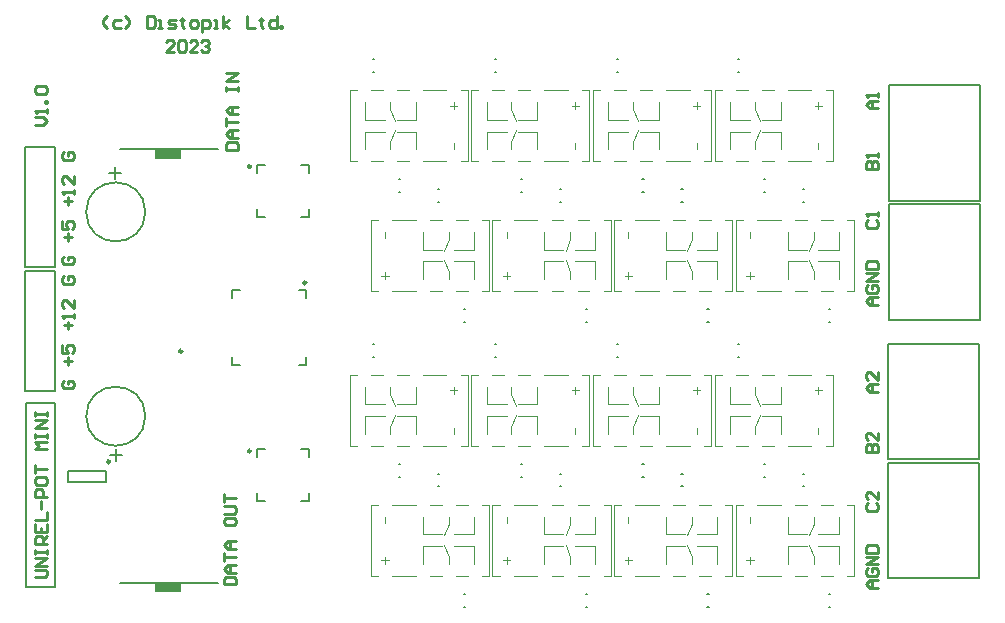
<source format=gto>
G04*
G04 #@! TF.GenerationSoftware,Altium Limited,Altium Designer,20.0.9 (164)*
G04*
G04 Layer_Color=65535*
%FSLAX25Y25*%
%MOIN*%
G70*
G01*
G75*
%ADD10C,0.00787*%
%ADD11C,0.00984*%
%ADD12C,0.00394*%
%ADD13C,0.01000*%
G36*
X390551Y290551D02*
X381890D01*
Y293701D01*
X390551D01*
Y290551D01*
D02*
G37*
G36*
X390551Y435039D02*
X381890D01*
Y438189D01*
X390551D01*
Y435039D01*
D02*
G37*
D10*
X378740Y417323D02*
G03*
X378740Y417323I-9843J0D01*
G01*
Y349213D02*
G03*
X378740Y349213I-9843J0D01*
G01*
X370472Y438189D02*
X403150D01*
X338976Y336221D02*
Y353543D01*
X348819D01*
Y343307D02*
Y353543D01*
X370472Y293701D02*
X403150D01*
X348819Y292126D02*
Y343307D01*
X338976Y292126D02*
X348819D01*
X338976D02*
Y336221D01*
Y292126D02*
X341339D01*
X416043Y430413D02*
Y433071D01*
X418701D01*
X430709D02*
X433366D01*
Y430413D02*
Y433071D01*
Y415748D02*
Y418405D01*
X430709Y415748D02*
X433366D01*
X416043D02*
Y418405D01*
Y415748D02*
X418701D01*
X407677Y388583D02*
Y391142D01*
X410236Y391142D01*
X407677Y366339D02*
X407677Y368898D01*
X407677Y366339D02*
X410236Y366339D01*
X429921Y366339D02*
X432480D01*
X432480Y368898D02*
X432480Y366339D01*
Y388583D02*
Y391142D01*
X429921D02*
X432480D01*
X416043Y335531D02*
Y338189D01*
X418701D01*
X430709D02*
X433366D01*
Y335531D02*
Y338189D01*
Y320866D02*
Y323524D01*
X430709Y320866D02*
X433366D01*
X416043D02*
Y323524D01*
Y320866D02*
X418701D01*
X576378Y463976D02*
X576772D01*
X576378Y468307D02*
X576772D01*
X535827Y463976D02*
X536221D01*
X535827Y468307D02*
X536221D01*
X495276Y463976D02*
X495669D01*
X495276Y468307D02*
X495669D01*
X454724Y463976D02*
X455118D01*
X454724Y468307D02*
X455118D01*
X485039Y384842D02*
X485433D01*
X485039Y380512D02*
X485433D01*
X525591Y384842D02*
X525984D01*
X525591Y380512D02*
X525984D01*
X566142Y384842D02*
X566535D01*
X566142Y380512D02*
X566535D01*
X606693Y384842D02*
X607087D01*
X606693Y380512D02*
X607087D01*
X585039Y423819D02*
X585433D01*
X585039Y428150D02*
X585433D01*
X544488Y423819D02*
X544882D01*
X544488Y428150D02*
X544882D01*
X503937Y423819D02*
X504331D01*
X503937Y428150D02*
X504331D01*
X463386Y423819D02*
X463779D01*
X463386Y428150D02*
X463779D01*
X476378Y425000D02*
X476772D01*
X476378Y420669D02*
X476772D01*
X516929Y425000D02*
X517323D01*
X516929Y420669D02*
X517323D01*
X557480Y425000D02*
X557874D01*
X557480Y420669D02*
X557874D01*
X598032Y425000D02*
X598425D01*
X598032Y420669D02*
X598425D01*
X626201Y373294D02*
X656701D01*
X626201Y334894D02*
X656701D01*
X626201D02*
Y373294D01*
X656701Y334894D02*
Y373294D01*
X338701Y398937D02*
X348701D01*
X338701D02*
Y438937D01*
X348701Y398937D02*
Y438937D01*
X338701D02*
X348701D01*
X338701Y357598D02*
X348701D01*
X338701D02*
Y397598D01*
X348701Y357598D02*
Y397598D01*
X338701D02*
X348701D01*
X626201Y333610D02*
X656701D01*
X626201Y295210D02*
X656701D01*
X626201D02*
Y333610D01*
X656701Y295210D02*
Y333610D01*
X626594Y459515D02*
X657094D01*
X626594Y421115D02*
X657094D01*
X626594D02*
Y459515D01*
X657094Y421115D02*
Y459515D01*
X626594Y419830D02*
X657094D01*
X626594Y381430D02*
X657094D01*
X626594D02*
Y419830D01*
X657094Y381430D02*
Y419830D01*
X353150Y327362D02*
Y330906D01*
X365748Y327362D02*
Y330906D01*
X353150Y327362D02*
X365748Y327362D01*
X353150Y330906D02*
X365748Y330906D01*
X576378Y369094D02*
X576772Y369094D01*
X576378Y373425D02*
X576772D01*
X585039Y328937D02*
X585433Y328937D01*
X585039Y333268D02*
X585433D01*
X535827Y369094D02*
X536220D01*
X535827Y373425D02*
X536220D01*
X544488Y328937D02*
X544882D01*
X544488Y333268D02*
X544882D01*
X495276Y369094D02*
X495669D01*
X495276Y373425D02*
X495669D01*
X503937Y328937D02*
X504331D01*
X503937Y333268D02*
X504331D01*
X454724Y369094D02*
X455118Y369094D01*
X454724Y373425D02*
X455118D01*
X463386Y328937D02*
X463779D01*
X463386Y333268D02*
X463779D01*
X485039Y289961D02*
X485433D01*
X485039Y285630D02*
X485433D01*
X476378Y330118D02*
X476772Y330118D01*
X476378Y325787D02*
X476772D01*
X525591Y289961D02*
X525984D01*
X525591Y285630D02*
X525984D01*
X516929Y330118D02*
X517323D01*
X516929Y325787D02*
X517323D01*
X566142Y289961D02*
X566535D01*
X566142Y285630D02*
X566535D01*
X557480Y330118D02*
X557874D01*
X557480Y325787D02*
X557874D01*
X606693Y289961D02*
X607087D01*
X606693Y285630D02*
X607087D01*
X598032Y330118D02*
X598425D01*
X598032Y325787D02*
X598425D01*
X368702Y428346D02*
Y432282D01*
X366734Y430314D02*
X370670D01*
X369093Y338189D02*
Y334253D01*
X371061Y336221D02*
X367126D01*
D11*
X413976Y432480D02*
G03*
X413976Y432480I-492J0D01*
G01*
X432382Y393701D02*
G03*
X432382Y393701I-492J0D01*
G01*
X413976Y337598D02*
G03*
X413976Y337598I-492J0D01*
G01*
X391043Y370866D02*
G03*
X391043Y370866I-492J0D01*
G01*
X366929Y334055D02*
G03*
X366929Y334055I-492J0D01*
G01*
D12*
X605512Y457874D02*
X607874D01*
X592913D02*
X600787D01*
X584252D02*
X588189D01*
X575591D02*
X579528D01*
X568504D02*
X570866D01*
X568504Y434252D02*
X570866D01*
X575591D02*
X579528D01*
X584252D02*
X588189D01*
X592913D02*
X600787D01*
X605512D02*
X607874D01*
X568504D02*
Y457874D01*
X590551Y438189D02*
Y444095D01*
X584252D02*
X590551D01*
X581890Y438189D02*
Y440551D01*
X583521Y444465D01*
X573622Y438189D02*
Y444095D01*
X580315D01*
X573622Y448032D02*
X580315D01*
X573622D02*
Y453937D01*
X581890Y451575D02*
X583521Y447661D01*
X581890Y451575D02*
Y453937D01*
X584252Y448032D02*
X590551D01*
Y453937D01*
X603150Y438189D02*
Y440158D01*
X601968Y452756D02*
X604331D01*
X603150Y451575D02*
Y453937D01*
X607874Y434252D02*
Y457874D01*
X564961Y457874D02*
X567323D01*
X552362D02*
X560236D01*
X543701D02*
X547638D01*
X535039D02*
X538976D01*
X527953D02*
X530315D01*
X527953Y434252D02*
X530315D01*
X535039D02*
X538976D01*
X543701D02*
X547638D01*
X552362D02*
X560236D01*
X564961D02*
X567323D01*
X527953D02*
Y457874D01*
X550000Y438189D02*
Y444095D01*
X543701D02*
X550000D01*
X541339Y438189D02*
Y440551D01*
X542969Y444465D01*
X533071Y438189D02*
Y444095D01*
X539764D01*
X533071Y448032D02*
X539764D01*
X533071D02*
Y453937D01*
X541339Y451575D02*
X542969Y447661D01*
X541339Y451575D02*
Y453937D01*
X543701Y448032D02*
X550000D01*
Y453937D01*
X562598Y438189D02*
Y440158D01*
X561417Y452756D02*
X563779D01*
X562598Y451575D02*
Y453937D01*
X567323Y434252D02*
Y457874D01*
X524409Y457874D02*
X526772D01*
X511811D02*
X519685D01*
X503150D02*
X507087D01*
X494488D02*
X498425D01*
X487402D02*
X489764D01*
X487402Y434252D02*
X489764D01*
X494488D02*
X498425D01*
X503150D02*
X507087D01*
X511811D02*
X519685D01*
X524409D02*
X526772D01*
X487402D02*
Y457874D01*
X509449Y438189D02*
Y444095D01*
X503150D02*
X509449D01*
X500787Y438189D02*
Y440551D01*
X502418Y444465D01*
X492520Y438189D02*
Y444095D01*
X499213D01*
X492520Y448032D02*
X499213D01*
X492520D02*
Y453937D01*
X500787Y451575D02*
X502418Y447661D01*
X500787Y451575D02*
Y453937D01*
X503150Y448032D02*
X509449D01*
Y453937D01*
X522047Y438189D02*
Y440158D01*
X520866Y452756D02*
X523228D01*
X522047Y451575D02*
Y453937D01*
X526772Y434252D02*
Y457874D01*
X483858Y457874D02*
X486221D01*
X471260D02*
X479134D01*
X462598D02*
X466535D01*
X453937D02*
X457874D01*
X446850D02*
X449213D01*
X446850Y434252D02*
X449213D01*
X453937D02*
X457874D01*
X462598D02*
X466535D01*
X471260D02*
X479134D01*
X483858D02*
X486221D01*
X446850D02*
Y457874D01*
X468898Y438189D02*
Y444095D01*
X462598D02*
X468898D01*
X460236Y438189D02*
Y440551D01*
X461867Y444465D01*
X451968Y438189D02*
Y444095D01*
X458661D01*
X451968Y448032D02*
X458661D01*
X451968D02*
Y453937D01*
X460236Y451575D02*
X461867Y447661D01*
X460236Y451575D02*
Y453937D01*
X462598Y448032D02*
X468898D01*
Y453937D01*
X481496Y438189D02*
Y440158D01*
X480315Y452756D02*
X482677D01*
X481496Y451575D02*
Y453937D01*
X486221Y434252D02*
Y457874D01*
X453937Y390945D02*
X456299D01*
X461024D02*
X468898D01*
X473622D02*
X477559D01*
X482283D02*
X486221D01*
X490945D02*
X493307D01*
X490945Y414567D02*
X493307D01*
X482283D02*
X486221D01*
X473622D02*
X477559D01*
X461024D02*
X468898D01*
X453937D02*
X456299D01*
X493307Y390945D02*
Y414567D01*
X471260Y404724D02*
Y410630D01*
Y404724D02*
X477559D01*
X479921Y408268D02*
Y410630D01*
X478291Y404354D02*
X479921Y408268D01*
X488189Y404724D02*
Y410630D01*
X481496Y404724D02*
X488189D01*
X481496Y400787D02*
X488189D01*
Y394882D02*
Y400787D01*
X478291Y401158D02*
X479921Y397244D01*
Y394882D02*
Y397244D01*
X471260Y400787D02*
X477559D01*
X471260Y394882D02*
Y400787D01*
X458661Y408661D02*
Y410630D01*
X457480Y396063D02*
X459842D01*
X458661Y394882D02*
Y397244D01*
X453937Y390945D02*
Y414567D01*
X494488Y390945D02*
X496850D01*
X501575D02*
X509449D01*
X514173D02*
X518110D01*
X522835D02*
X526772D01*
X531496D02*
X533858D01*
X531496Y414567D02*
X533858D01*
X522835D02*
X526772D01*
X514173D02*
X518110D01*
X501575D02*
X509449D01*
X494488D02*
X496850D01*
X533858Y390945D02*
Y414567D01*
X511811Y404724D02*
Y410630D01*
Y404724D02*
X518110D01*
X520472Y408268D02*
Y410630D01*
X518842Y404354D02*
X520472Y408268D01*
X528740Y404724D02*
Y410630D01*
X522047Y404724D02*
X528740D01*
X522047Y400787D02*
X528740D01*
Y394882D02*
Y400787D01*
X518842Y401158D02*
X520472Y397244D01*
Y394882D02*
Y397244D01*
X511811Y400787D02*
X518110D01*
X511811Y394882D02*
Y400787D01*
X499213Y408661D02*
Y410630D01*
X498032Y396063D02*
X500394D01*
X499213Y394882D02*
Y397244D01*
X494488Y390945D02*
Y414567D01*
X535039Y390945D02*
X537402D01*
X542126D02*
X550000D01*
X554724D02*
X558661D01*
X563386D02*
X567323D01*
X572047D02*
X574409D01*
X572047Y414567D02*
X574409D01*
X563386D02*
X567323D01*
X554724D02*
X558661D01*
X542126D02*
X550000D01*
X535039D02*
X537402D01*
X574409Y390945D02*
Y414567D01*
X552362Y404724D02*
Y410630D01*
Y404724D02*
X558661D01*
X561024Y408268D02*
Y410630D01*
X559393Y404354D02*
X561024Y408268D01*
X569291Y404724D02*
Y410630D01*
X562598Y404724D02*
X569291D01*
X562598Y400787D02*
X569291D01*
Y394882D02*
Y400787D01*
X559393Y401158D02*
X561024Y397244D01*
Y394882D02*
Y397244D01*
X552362Y400787D02*
X558661D01*
X552362Y394882D02*
Y400787D01*
X539764Y408661D02*
Y410630D01*
X538583Y396063D02*
X540945D01*
X539764Y394882D02*
Y397244D01*
X535039Y390945D02*
Y414567D01*
X575591Y390945D02*
X577953D01*
X582677D02*
X590551D01*
X595276D02*
X599213D01*
X603937D02*
X607874D01*
X612598D02*
X614961D01*
X612598Y414567D02*
X614961D01*
X603937D02*
X607874D01*
X595276D02*
X599213D01*
X582677D02*
X590551D01*
X575591D02*
X577953D01*
X614961Y390945D02*
Y414567D01*
X592913Y404724D02*
Y410630D01*
Y404724D02*
X599213D01*
X601575Y408268D02*
Y410630D01*
X599944Y404354D02*
X601575Y408268D01*
X609842Y404724D02*
Y410630D01*
X603150Y404724D02*
X609842D01*
X603150Y400787D02*
X609842D01*
Y394882D02*
Y400787D01*
X599944Y401158D02*
X601575Y397244D01*
Y394882D02*
Y397244D01*
X592913Y400787D02*
X599213D01*
X592913Y394882D02*
Y400787D01*
X580315Y408661D02*
Y410630D01*
X579134Y396063D02*
X581496D01*
X580315Y394882D02*
Y397244D01*
X575591Y390945D02*
Y414567D01*
Y296063D02*
X577953D01*
X582677D02*
X590551D01*
X595276D02*
X599213D01*
X603937D02*
X607874D01*
X612598D02*
X614961D01*
X612598Y319685D02*
X614961D01*
X603937D02*
X607874D01*
X595276D02*
X599213D01*
X582677D02*
X590551D01*
X575591D02*
X577953D01*
X614961Y296063D02*
Y319685D01*
X592913Y309842D02*
Y315748D01*
Y309842D02*
X599213D01*
X601575Y313386D02*
Y315748D01*
X599944Y309472D02*
X601575Y313386D01*
X609842Y309842D02*
Y315748D01*
X603150Y309842D02*
X609842D01*
X603150Y305906D02*
X609842D01*
Y300000D02*
Y305906D01*
X599944Y306276D02*
X601575Y302362D01*
Y300000D02*
Y302362D01*
X592913Y305906D02*
X599213D01*
X592913Y300000D02*
Y305906D01*
X580315Y313779D02*
Y315748D01*
X579134Y301181D02*
X581496D01*
X580315Y300000D02*
Y302362D01*
X575591Y296063D02*
Y319685D01*
X535039Y296063D02*
X537402D01*
X542126D02*
X550000D01*
X554724D02*
X558661D01*
X563386D02*
X567323D01*
X572047D02*
X574409D01*
X572047Y319685D02*
X574409D01*
X563386D02*
X567323D01*
X554724D02*
X558661D01*
X542126D02*
X550000D01*
X535039D02*
X537402D01*
X574409Y296063D02*
Y319685D01*
X552362Y309842D02*
Y315748D01*
Y309842D02*
X558661D01*
X561024Y313386D02*
Y315748D01*
X559393Y309472D02*
X561024Y313386D01*
X569291Y309842D02*
Y315748D01*
X562598Y309842D02*
X569291D01*
X562598Y305906D02*
X569291D01*
Y300000D02*
Y305906D01*
X559393Y306276D02*
X561024Y302362D01*
Y300000D02*
Y302362D01*
X552362Y305906D02*
X558661D01*
X552362Y300000D02*
Y305906D01*
X539764Y313779D02*
Y315748D01*
X538583Y301181D02*
X540945D01*
X539764Y300000D02*
Y302362D01*
X535039Y296063D02*
Y319685D01*
X494488Y296063D02*
X496850D01*
X501575D02*
X509449D01*
X514173D02*
X518110D01*
X522835D02*
X526772D01*
X531496D02*
X533858D01*
X531496Y319685D02*
X533858D01*
X522835D02*
X526772D01*
X514173D02*
X518110D01*
X501575D02*
X509449D01*
X494488D02*
X496850D01*
X533858Y296063D02*
Y319685D01*
X511811Y309842D02*
Y315748D01*
Y309842D02*
X518110D01*
X520472Y313386D02*
Y315748D01*
X518842Y309472D02*
X520472Y313386D01*
X528740Y309842D02*
Y315748D01*
X522047Y309842D02*
X528740D01*
X522047Y305906D02*
X528740D01*
Y300000D02*
Y305906D01*
X518842Y306276D02*
X520472Y302362D01*
Y300000D02*
Y302362D01*
X511811Y305906D02*
X518110D01*
X511811Y300000D02*
Y305906D01*
X499213Y313779D02*
Y315748D01*
X498032Y301181D02*
X500394D01*
X499213Y300000D02*
Y302362D01*
X494488Y296063D02*
Y319685D01*
X453937Y296063D02*
X456299D01*
X461024D02*
X468898D01*
X473622D02*
X477559D01*
X482283D02*
X486221D01*
X490945D02*
X493307D01*
X490945Y319685D02*
X493307D01*
X482283D02*
X486221D01*
X473622D02*
X477559D01*
X461024D02*
X468898D01*
X453937D02*
X456299D01*
X493307Y296063D02*
Y319685D01*
X471260Y309842D02*
Y315748D01*
Y309842D02*
X477559D01*
X479921Y313386D02*
Y315748D01*
X478291Y309472D02*
X479921Y313386D01*
X488189Y309842D02*
Y315748D01*
X481496Y309842D02*
X488189D01*
X481496Y305906D02*
X488189D01*
Y300000D02*
Y305906D01*
X478291Y306276D02*
X479921Y302362D01*
Y300000D02*
Y302362D01*
X471260Y305906D02*
X477559D01*
X471260Y300000D02*
Y305906D01*
X458661Y313779D02*
Y315748D01*
X457480Y301181D02*
X459842D01*
X458661Y300000D02*
Y302362D01*
X453937Y296063D02*
Y319685D01*
X483858Y362992D02*
X486221D01*
X471260Y362992D02*
X479134Y362992D01*
X462598Y362992D02*
X466535D01*
X453937D02*
X457874D01*
X446850Y362992D02*
X449213D01*
X446850Y339370D02*
X449213Y339370D01*
X453937D02*
X457874D01*
X462598D02*
X466535D01*
X471260D02*
X479134Y339370D01*
X483858Y339370D02*
X486221Y339370D01*
X446850D02*
Y362992D01*
X468898Y343307D02*
Y349213D01*
X462598D02*
X468898D01*
X460236Y343307D02*
Y345669D01*
X461867Y349583D01*
X451968Y343307D02*
Y349213D01*
X458661D01*
X451968Y353150D02*
X458661D01*
X451968D02*
Y359055D01*
X460236Y356693D02*
X461867Y352779D01*
X460236Y356693D02*
Y359055D01*
X462598Y353150D02*
X468898D01*
Y359055D01*
X481496Y343307D02*
Y345276D01*
X480315Y357874D02*
X482677D01*
X481496Y356693D02*
X481496Y359055D01*
X486221Y339370D02*
Y362992D01*
X524409D02*
X526772Y362992D01*
X511811D02*
X519685D01*
X503150D02*
X507087D01*
X494488D02*
X498425D01*
X487402Y362992D02*
X489764D01*
X487402Y339370D02*
X489764Y339370D01*
X494488Y339370D02*
X498425D01*
X503150D02*
X507087D01*
X511811D02*
X519685D01*
X524409Y339370D02*
X526772Y339370D01*
X487402D02*
Y362992D01*
X509449Y343307D02*
X509449Y349213D01*
X503150D02*
X509449D01*
X500787Y343307D02*
Y345669D01*
X502418Y349583D01*
X492520Y343307D02*
X492520Y349213D01*
X499213D01*
X492520Y353150D02*
X499213D01*
X492520D02*
Y359055D01*
X500787Y356693D02*
X502418Y352779D01*
X500787Y356693D02*
Y359055D01*
X503150Y353150D02*
X509449D01*
X509449Y359055D02*
X509449Y353150D01*
X522047Y343307D02*
Y345276D01*
X520866Y357874D02*
X523228Y357874D01*
X522047Y356693D02*
X522047Y359055D01*
X526772Y339370D02*
X526772Y362992D01*
X564961D02*
X567323Y362992D01*
X552362Y362992D02*
X560236Y362992D01*
X543701Y362992D02*
X547638D01*
X535039D02*
X538976D01*
X527953Y362992D02*
X530315D01*
X527953Y339370D02*
X530315Y339370D01*
X535039D02*
X538976D01*
X543701D02*
X547638D01*
X552362D02*
X560236Y339370D01*
X564961Y339370D02*
X567323Y339370D01*
X527953D02*
Y362992D01*
X550000Y343307D02*
Y349213D01*
X543701D02*
X550000D01*
X541339Y345669D02*
X541339Y343307D01*
X541339Y345669D02*
X542969Y349583D01*
X533071Y349213D02*
X533071Y343307D01*
X533071Y349213D02*
X539764D01*
X533071Y353150D02*
X539764D01*
X533071D02*
Y359055D01*
X541339Y356693D02*
X542969Y352779D01*
X541339Y359055D02*
X541339Y356693D01*
X543701Y353150D02*
X550000D01*
Y359055D01*
X562598Y343307D02*
Y345276D01*
X561417Y357874D02*
X563779D01*
X562598Y356693D02*
Y359055D01*
X567323Y339370D02*
Y362992D01*
X605512D02*
X607874D01*
X592913Y362992D02*
X600787Y362992D01*
X584252Y362992D02*
X588189D01*
X575591D02*
X579528D01*
X568504Y362992D02*
X570866D01*
X568504Y339370D02*
X570866Y339370D01*
X575591Y339370D02*
X579528D01*
X584252D02*
X588189D01*
X592913D02*
X600787D01*
X605512D02*
X607874D01*
X568504D02*
Y362992D01*
X590551Y343307D02*
Y349213D01*
X584252D02*
X590551D01*
X581890Y343307D02*
Y345669D01*
X583521Y349583D01*
X573622Y349213D02*
X573622Y343307D01*
X573622Y349213D02*
X580315D01*
X573622Y353150D02*
X580315D01*
X573622D02*
Y359055D01*
X581890Y356693D02*
X583521Y352779D01*
X581890Y356693D02*
Y359055D01*
X584252Y353150D02*
X590551D01*
X590551Y359055D02*
X590551Y353150D01*
X603150Y343307D02*
Y345276D01*
X601968Y357874D02*
X604331Y357874D01*
X603150Y356693D02*
X603150Y359055D01*
X607874Y339370D02*
Y362992D01*
D13*
X623016Y386433D02*
X620392D01*
X619080Y387745D01*
X620392Y389057D01*
X623016D01*
X621048D01*
Y386433D01*
X619736Y392993D02*
X619080Y392337D01*
Y391025D01*
X619736Y390369D01*
X622360D01*
X623016Y391025D01*
Y392337D01*
X622360Y392993D01*
X621048D01*
Y391681D01*
X623016Y394305D02*
X619080D01*
X623016Y396928D01*
X619080D01*
Y398240D02*
X623016D01*
Y400208D01*
X622360Y400864D01*
X619736D01*
X619080Y400208D01*
Y398240D01*
X351626Y361104D02*
X350970Y360448D01*
Y359136D01*
X351626Y358480D01*
X354250D01*
X354906Y359136D01*
Y360448D01*
X354250Y361104D01*
X352938D01*
Y359792D01*
Y366352D02*
Y368976D01*
X351626Y367664D02*
X354250D01*
X350970Y372911D02*
Y370287D01*
X352938D01*
X352282Y371599D01*
Y372255D01*
X352938Y372911D01*
X354250D01*
X354906Y372255D01*
Y370943D01*
X354250Y370287D01*
X352938Y378159D02*
Y380783D01*
X351626Y379471D02*
X354250D01*
X354906Y382095D02*
Y383407D01*
Y382751D01*
X350970D01*
X351626Y382095D01*
X354906Y387998D02*
Y385374D01*
X352282Y387998D01*
X351626D01*
X350970Y387342D01*
Y386031D01*
X351626Y385374D01*
Y395870D02*
X350970Y395214D01*
Y393902D01*
X351626Y393246D01*
X354250D01*
X354906Y393902D01*
Y395214D01*
X354250Y395870D01*
X352938D01*
Y394558D01*
X623016Y357299D02*
X620392D01*
X619080Y358611D01*
X620392Y359923D01*
X623016D01*
X621048D01*
Y357299D01*
X623016Y363859D02*
Y361235D01*
X620392Y363859D01*
X619736D01*
X619080Y363203D01*
Y361891D01*
X619736Y361235D01*
X351626Y402443D02*
X350970Y401787D01*
Y400475D01*
X351626Y399819D01*
X354250D01*
X354906Y400475D01*
Y401787D01*
X354250Y402443D01*
X352938D01*
Y401131D01*
Y407690D02*
Y410314D01*
X351626Y409002D02*
X354250D01*
X350970Y414250D02*
Y411626D01*
X352938D01*
X352282Y412938D01*
Y413594D01*
X352938Y414250D01*
X354250D01*
X354906Y413594D01*
Y412282D01*
X354250Y411626D01*
X352938Y419498D02*
Y422121D01*
X351626Y420810D02*
X354250D01*
X354906Y423433D02*
Y424745D01*
Y424089D01*
X350970D01*
X351626Y423433D01*
X354906Y429337D02*
Y426713D01*
X352282Y429337D01*
X351626D01*
X350970Y428681D01*
Y427369D01*
X351626Y426713D01*
Y437208D02*
X350970Y436552D01*
Y435241D01*
X351626Y434585D01*
X354250D01*
X354906Y435241D01*
Y436552D01*
X354250Y437208D01*
X352938D01*
Y435896D01*
X341915Y446276D02*
X344538D01*
X345850Y447587D01*
X344538Y448899D01*
X341915D01*
X345850Y450211D02*
Y451523D01*
Y450867D01*
X341915D01*
X342571Y450211D01*
X345850Y453491D02*
X345195D01*
Y454147D01*
X345850D01*
Y453491D01*
X342571Y456771D02*
X341915Y457427D01*
Y458739D01*
X342571Y459395D01*
X345195D01*
X345850Y458739D01*
Y457427D01*
X345195Y456771D01*
X342571D01*
X619736Y320159D02*
X619080Y319503D01*
Y318191D01*
X619736Y317535D01*
X622360D01*
X623016Y318191D01*
Y319503D01*
X622360Y320159D01*
X623016Y324095D02*
Y321471D01*
X620392Y324095D01*
X619736D01*
X619080Y323439D01*
Y322127D01*
X619736Y321471D01*
X623016Y291945D02*
X620392D01*
X619080Y293257D01*
X620392Y294569D01*
X623016D01*
X621048D01*
Y291945D01*
X619736Y298504D02*
X619080Y297849D01*
Y296537D01*
X619736Y295881D01*
X622360D01*
X623016Y296537D01*
Y297849D01*
X622360Y298504D01*
X621048D01*
Y297193D01*
X623016Y299816D02*
X619080D01*
X623016Y302440D01*
X619080D01*
Y303752D02*
X623016D01*
Y305720D01*
X622360Y306376D01*
X619736D01*
X619080Y305720D01*
Y303752D01*
X619736Y414647D02*
X619080Y413991D01*
Y412680D01*
X619736Y412024D01*
X622360D01*
X623016Y412680D01*
Y413991D01*
X622360Y414647D01*
X623016Y415959D02*
Y417271D01*
Y416615D01*
X619080D01*
X619736Y415959D01*
X405694Y438008D02*
X409630D01*
Y439976D01*
X408974Y440632D01*
X406350D01*
X405694Y439976D01*
Y438008D01*
X409630Y441944D02*
X407006D01*
X405694Y443256D01*
X407006Y444567D01*
X409630D01*
X407662D01*
Y441944D01*
X405694Y445879D02*
Y448503D01*
Y447191D01*
X409630D01*
Y449815D02*
X407006D01*
X405694Y451127D01*
X407006Y452439D01*
X409630D01*
X407662D01*
Y449815D01*
X405694Y457687D02*
Y458998D01*
Y458343D01*
X409630D01*
Y457687D01*
Y458998D01*
Y460966D02*
X405694D01*
X409630Y463590D01*
X405694D01*
X619080Y431709D02*
X623016D01*
Y433676D01*
X622360Y434333D01*
X621704D01*
X621048Y433676D01*
Y431709D01*
Y433676D01*
X620392Y434333D01*
X619736D01*
X619080Y433676D01*
Y431709D01*
X623016Y435644D02*
Y436956D01*
Y436300D01*
X619080D01*
X619736Y435644D01*
X623016Y451787D02*
X620392D01*
X619080Y453099D01*
X620392Y454411D01*
X623016D01*
X621048D01*
Y451787D01*
X623016Y455723D02*
Y457035D01*
Y456379D01*
X619080D01*
X619736Y455723D01*
X404907Y293126D02*
X408843D01*
Y295094D01*
X408186Y295750D01*
X405563D01*
X404907Y295094D01*
Y293126D01*
X408843Y297062D02*
X406219D01*
X404907Y298374D01*
X406219Y299686D01*
X408843D01*
X406875D01*
Y297062D01*
X404907Y300997D02*
Y303621D01*
Y302309D01*
X408843D01*
Y304933D02*
X406219D01*
X404907Y306245D01*
X406219Y307557D01*
X408843D01*
X406875D01*
Y304933D01*
X404907Y314773D02*
Y313461D01*
X405563Y312805D01*
X408186D01*
X408843Y313461D01*
Y314773D01*
X408186Y315428D01*
X405563D01*
X404907Y314773D01*
Y316740D02*
X408186D01*
X408843Y317396D01*
Y318708D01*
X408186Y319364D01*
X404907D01*
Y320676D02*
Y323300D01*
Y321988D01*
X408843D01*
X341915Y295488D02*
X345194D01*
X345850Y296144D01*
Y297456D01*
X345194Y298112D01*
X341915D01*
X345850Y299424D02*
X341915D01*
X345850Y302048D01*
X341915D01*
Y303360D02*
Y304672D01*
Y304016D01*
X345850D01*
Y303360D01*
Y304672D01*
Y306640D02*
X341915D01*
Y308607D01*
X342571Y309263D01*
X343882D01*
X344538Y308607D01*
Y306640D01*
Y307951D02*
X345850Y309263D01*
X341915Y313199D02*
Y310575D01*
X345850D01*
Y313199D01*
X343882Y310575D02*
Y311887D01*
X341915Y314511D02*
X345850D01*
Y317135D01*
X343882Y318447D02*
Y321071D01*
X345850Y322382D02*
X341915D01*
Y324350D01*
X342571Y325006D01*
X343882D01*
X344538Y324350D01*
Y322382D01*
X341915Y328286D02*
Y326974D01*
X342571Y326318D01*
X345194D01*
X345850Y326974D01*
Y328286D01*
X345194Y328942D01*
X342571D01*
X341915Y328286D01*
Y330254D02*
Y332878D01*
Y331566D01*
X345850D01*
Y338125D02*
X341915D01*
X343227Y339437D01*
X341915Y340749D01*
X345850D01*
X341915Y342061D02*
Y343373D01*
Y342717D01*
X345850D01*
Y342061D01*
Y343373D01*
Y345341D02*
X341915D01*
X345850Y347965D01*
X341915D01*
Y349277D02*
Y350588D01*
Y349933D01*
X345850D01*
Y349277D01*
Y350588D01*
X366091Y478690D02*
X364779Y480002D01*
Y481314D01*
X366091Y482626D01*
X370683Y481314D02*
X368715D01*
X368059Y480658D01*
Y479346D01*
X368715Y478690D01*
X370683D01*
X371995D02*
X373307Y480002D01*
Y481314D01*
X371995Y482626D01*
X379211D02*
Y478690D01*
X381178D01*
X381834Y479346D01*
Y481970D01*
X381178Y482626D01*
X379211D01*
X383146Y478690D02*
X384458D01*
X383802D01*
Y481314D01*
X383146D01*
X386426Y478690D02*
X388394D01*
X389050Y479346D01*
X388394Y480002D01*
X387082D01*
X386426Y480658D01*
X387082Y481314D01*
X389050D01*
X391018Y481970D02*
Y481314D01*
X390362D01*
X391674D01*
X391018D01*
Y479346D01*
X391674Y478690D01*
X394298D02*
X395609D01*
X396265Y479346D01*
Y480658D01*
X395609Y481314D01*
X394298D01*
X393642Y480658D01*
Y479346D01*
X394298Y478690D01*
X397577Y477378D02*
Y481314D01*
X399545D01*
X400201Y480658D01*
Y479346D01*
X399545Y478690D01*
X397577D01*
X401513D02*
X402825D01*
X402169D01*
Y481314D01*
X401513D01*
X404793Y478690D02*
Y482626D01*
Y480002D02*
X406761Y481314D01*
X404793Y480002D02*
X406761Y478690D01*
X412664Y482626D02*
Y478690D01*
X415288D01*
X417256Y481970D02*
Y481314D01*
X416600D01*
X417912D01*
X417256D01*
Y479346D01*
X417912Y478690D01*
X422504Y482626D02*
Y478690D01*
X420536D01*
X419880Y479346D01*
Y480658D01*
X420536Y481314D01*
X422504D01*
X423816Y478690D02*
Y479346D01*
X424472D01*
Y478690D01*
X423816D01*
X388269Y470685D02*
X385646D01*
X388269Y473309D01*
Y473965D01*
X387614Y474621D01*
X386302D01*
X385646Y473965D01*
X389581D02*
X390237Y474621D01*
X391549D01*
X392205Y473965D01*
Y471341D01*
X391549Y470685D01*
X390237D01*
X389581Y471341D01*
Y473965D01*
X396141Y470685D02*
X393517D01*
X396141Y473309D01*
Y473965D01*
X395485Y474621D01*
X394173D01*
X393517Y473965D01*
X397453D02*
X398109Y474621D01*
X399421D01*
X400077Y473965D01*
Y473309D01*
X399421Y472653D01*
X398765D01*
X399421D01*
X400077Y471997D01*
Y471341D01*
X399421Y470685D01*
X398109D01*
X397453Y471341D01*
X619080Y337221D02*
X623016D01*
Y339188D01*
X622360Y339844D01*
X621704D01*
X621048Y339188D01*
Y337221D01*
Y339188D01*
X620392Y339844D01*
X619736D01*
X619080Y339188D01*
Y337221D01*
X623016Y343780D02*
Y341156D01*
X620392Y343780D01*
X619736D01*
X619080Y343124D01*
Y341812D01*
X619736Y341156D01*
M02*

</source>
